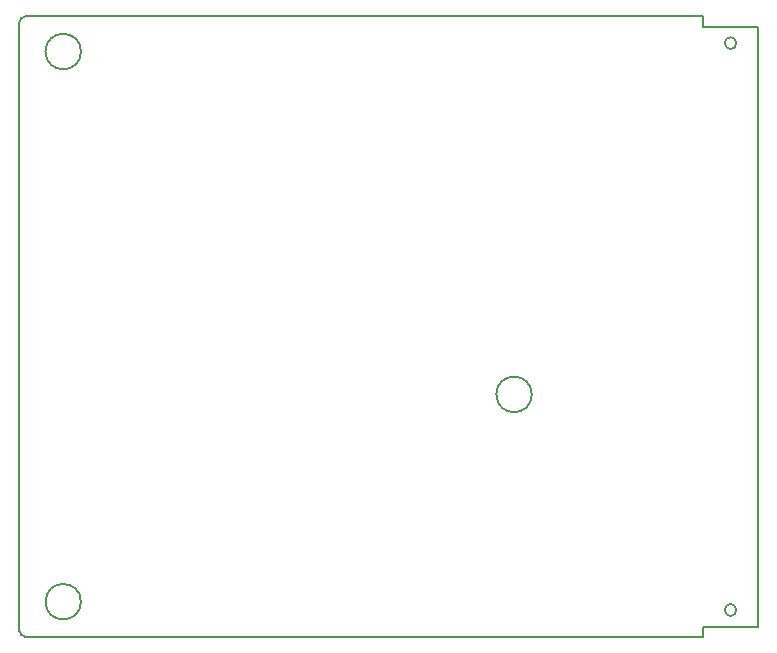
<source format=gm1>
G04 #@! TF.GenerationSoftware,KiCad,Pcbnew,5.1.2-f72e74a~84~ubuntu16.04.1*
G04 #@! TF.CreationDate,2019-06-15T11:53:25+02:00*
G04 #@! TF.ProjectId,sakura,73616b75-7261-42e6-9b69-6361645f7063,2.1.2019*
G04 #@! TF.SameCoordinates,Original*
G04 #@! TF.FileFunction,Profile,NP*
%FSLAX46Y46*%
G04 Gerber Fmt 4.6, Leading zero omitted, Abs format (unit mm)*
G04 Created by KiCad (PCBNEW 5.1.2-f72e74a~84~ubuntu16.04.1) date 2019-06-15 11:53:25*
%MOMM*%
%LPD*%
G04 APERTURE LIST*
%ADD10C,0.150000*%
G04 APERTURE END LIST*
D10*
X174362950Y-132883450D02*
X174362950Y-132033450D01*
X174362950Y-80383450D02*
X174362950Y-81233450D01*
X116954450Y-132883450D02*
X174362950Y-132883450D01*
X116954450Y-80383450D02*
X174362950Y-80383450D01*
X177164450Y-130633350D02*
G75*
G03X177164450Y-130633350I-500000J0D01*
G01*
X177164450Y-82633550D02*
G75*
G03X177164450Y-82633550I-500000J0D01*
G01*
X116454450Y-132383450D02*
G75*
G03X116954450Y-132883450I500000J0D01*
G01*
X116954450Y-80383450D02*
G75*
G03X116454450Y-80883450I0J-500000D01*
G01*
X159834450Y-112379790D02*
G75*
G03X159834450Y-112379790I-1500000J0D01*
G01*
X178964450Y-81233450D02*
X178964450Y-132033450D01*
X121664450Y-129929790D02*
G75*
G03X121664450Y-129929790I-1500000J0D01*
G01*
X121664450Y-83349790D02*
G75*
G03X121664450Y-83349790I-1500000J0D01*
G01*
X174362950Y-132033450D02*
X178964450Y-132033450D01*
X174362950Y-81233450D02*
X178964450Y-81233450D01*
X116454450Y-80883450D02*
X116454450Y-132383450D01*
M02*

</source>
